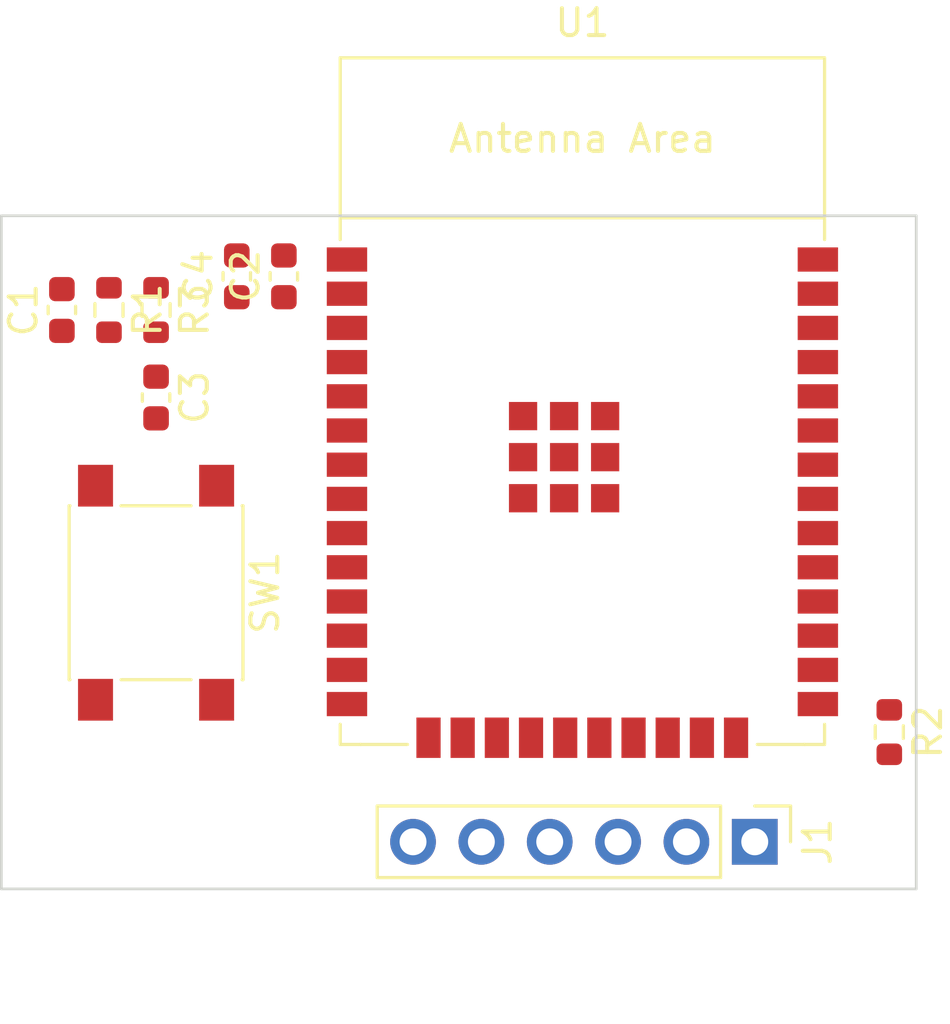
<source format=kicad_pcb>
(kicad_pcb (version 20211014) (generator pcbnew)
  (layers (0 "F.Cu" signal) (31 "B.Cu" signal) (34 "B.Paste" user) (35 "F.Paste" user) (36 "B.SilkS" user "B.Silkscreen") (37 "F.SilkS" user "F.Silkscreen") (38 "B.Mask" user) (39 "F.Mask" user) (44 "Edge.Cuts" user))
  (net 0 "")
  (net 1 "GND")
  (net 2 "Net-(C1-Pad2)")
  (net 3 "+3V3")
  (net 4 "CHIP_PU")
  (net 5 "BOOT")
  (net 6 "U0TXD")
  (net 7 "U0RXD")
  (footprint "Connector_PinHeader_2.54mm:PinHeader_1x06_P2.54mm_Vertical" (layer "F.Cu") (at 156.75 102 -90)
    (fp_text reference "J1" (at 0 -2.33 90) (layer "F.SilkS"))
    (fp_text value "Conn_01x06_Male")
    (fp_line (start -1.33 1.27) (end 1.33 1.27) (layer "F.SilkS") (width 0.12))
    (fp_line (start -1.33 -1.33) (end 0 -1.33) (layer "F.SilkS") (width 0.12))
    (fp_line (start -1.33 0) (end -1.33 -1.33) (layer "F.SilkS") (width 0.12))
    (fp_line (start -1.33 14.03) (end 1.33 14.03) (layer "F.SilkS") (width 0.12))
    (fp_line (start -1.33 1.27) (end -1.33 14.03) (layer "F.SilkS") (width 0.12))
    (fp_line (start 1.33 1.27) (end 1.33 14.03) (layer "F.SilkS") (width 0.12))
    (pad "1" thru_hole rect (at 0 0 270) (size 1.7 1.7) (drill 1) (layers *.Cu *.Mask) (net 3 "+3V3"))
    (pad "2" thru_hole oval (at 0 2.54 270) (size 1.7 1.7) (drill 1) (layers *.Cu *.Mask) (net 4 "CHIP_PU"))
    (pad "3" thru_hole oval (at 0 5.08 270) (size 1.7 1.7) (drill 1) (layers *.Cu *.Mask) (net 5 "BOOT"))
    (pad "4" thru_hole oval (at 0 7.62 270) (size 1.7 1.7) (drill 1) (layers *.Cu *.Mask) (net 6 "U0TXD"))
    (pad "5" thru_hole oval (at 0 10.16 270) (size 1.7 1.7) (drill 1) (layers *.Cu *.Mask) (net 7 "U0RXD"))
    (pad "6" thru_hole oval (at 0 12.7 270) (size 1.7 1.7) (drill 1) (layers *.Cu *.Mask) (net 1 "GND"))
  )
  (footprint "Capacitor_SMD:C_0603_1608Metric" (layer "F.Cu") (at 137.5 81 90)
    (fp_text reference "C4" (at 0 -1.43 90) (layer "F.SilkS"))
    (fp_text value "100nF")
    (fp_line (start -0.14058 -0.51) (end 0.14058 -0.51) (layer "F.SilkS") (width 0.12))
    (fp_line (start -0.14058 0.51) (end 0.14058 0.51) (layer "F.SilkS") (width 0.12))
    (pad "1" smd roundrect (at -0.775 0 90) (size 0.9 0.95) (layers "F.Cu" "F.Paste" "F.Mask") (net 3 "+3V3"))
    (pad "2" smd roundrect (at 0.775 0 90) (size 0.9 0.95) (layers "F.Cu" "F.Paste" "F.Mask") (net 1 "GND"))
  )
  (footprint "Capacitor_SMD:C_0603_1608Metric" (layer "F.Cu") (at 139.25 81 90)
    (fp_text reference "C2" (at 0 -1.43 90) (layer "F.SilkS"))
    (fp_text value "22uF")
    (fp_line (start -0.14058 -0.51) (end 0.14058 -0.51) (layer "F.SilkS") (width 0.12))
    (fp_line (start -0.14058 0.51) (end 0.14058 0.51) (layer "F.SilkS") (width 0.12))
    (pad "1" smd roundrect (at -0.775 0 90) (size 0.9 0.95) (layers "F.Cu" "F.Paste" "F.Mask") (net 3 "+3V3"))
    (pad "2" smd roundrect (at 0.775 0 90) (size 0.9 0.95) (layers "F.Cu" "F.Paste" "F.Mask") (net 1 "GND"))
  )
  (footprint "Resistor_SMD:R_0603_1608Metric" (layer "F.Cu") (at 132.75 82.25 -90)
    (fp_text reference "R1" (at 0 -1.43 90) (layer "F.SilkS"))
    (fp_text value "TBD")
    (fp_line (start -0.237258 0.5225) (end 0.237258 0.5225) (layer "F.SilkS") (width 0.12))
    (fp_line (start -0.237258 -0.5225) (end 0.237258 -0.5225) (layer "F.SilkS") (width 0.12))
    (pad "1" smd roundrect (at -0.825 0 270) (size 0.8 0.95) (layers "F.Cu" "F.Paste" "F.Mask") (net 2 "Net-(C1-Pad2)"))
    (pad "2" smd roundrect (at 0.825 0 270) (size 0.8 0.95) (layers "F.Cu" "F.Paste" "F.Mask") (net 4 "CHIP_PU"))
  )
  (footprint "Button_Switch_SMD:SW_Push_1P1T_NO_6x6mm_H9.5mm" (layer "F.Cu") (at 134.5 92.75 -90)
    (fp_text reference "SW1" (at 0 -4.05 90) (layer "F.SilkS"))
    (fp_text value "SW_Push")
    (fp_line (start -3.23 3.23) (end -3.23 3.2) (layer "F.SilkS") (width 0.12))
    (fp_line (start -3.23 3.23) (end 3.23 3.23) (layer "F.SilkS") (width 0.12))
    (fp_line (start -3.23 -3.23) (end 3.23 -3.23) (layer "F.SilkS") (width 0.12))
    (fp_line (start -3.23 -1.3) (end -3.23 1.3) (layer "F.SilkS") (width 0.12))
    (fp_line (start 3.23 -3.23) (end 3.23 -3.2) (layer "F.SilkS") (width 0.12))
    (fp_line (start -3.23 -3.2) (end -3.23 -3.23) (layer "F.SilkS") (width 0.12))
    (fp_line (start 3.23 3.23) (end 3.23 3.2) (layer "F.SilkS") (width 0.12))
    (fp_line (start 3.23 -1.3) (end 3.23 1.3) (layer "F.SilkS") (width 0.12))
    (pad "1" smd rect (at -3.975 -2.25 270) (size 1.55 1.3) (layers "F.Cu" "F.Paste" "F.Mask") (net 1 "GND"))
    (pad "1" smd rect (at 3.975 -2.25 270) (size 1.55 1.3) (layers "F.Cu" "F.Paste" "F.Mask") (net 1 "GND"))
    (pad "2" smd rect (at -3.975 2.25 270) (size 1.55 1.3) (layers "F.Cu" "F.Paste" "F.Mask") (net 2 "Net-(C1-Pad2)"))
    (pad "2" smd rect (at 3.975 2.25 270) (size 1.55 1.3) (layers "F.Cu" "F.Paste" "F.Mask") (net 2 "Net-(C1-Pad2)"))
  )
  (footprint "Espressif:ESP32-WROOM-32E" (layer "F.Cu") (at 150.345 87.385)
    (fp_text reference "U1" (at 0 -15.8) (layer "F.SilkS"))
    (fp_text value "ESP32-WROOM-E")
    (fp_text user "Antenna Area" (at 0 -11.5) (layer "F.SilkS"))
    (fp_line (start -9 11) (end -8.25 11) (layer "F.SilkS") (width 0.12))
    (fp_line (start 9 -14.5) (end 9 -7.75) (layer "F.SilkS") (width 0.12))
    (fp_line (start 8.25 11) (end 6.5 11) (layer "F.SilkS") (width 0.12))
    (fp_line (start -9 -14.5) (end -9 -7.75) (layer "F.SilkS") (width 0.12))
    (fp_line (start 9 10.25) (end 9 11) (layer "F.SilkS") (width 0.12))
    (fp_line (start 9 11) (end 8.25 11) (layer "F.SilkS") (width 0.12))
    (fp_line (start -8.25 11) (end -6.5 11) (layer "F.SilkS") (width 0.12))
    (fp_line (start -9 10.25) (end -9 11) (layer "F.SilkS") (width 0.12))
    (fp_line (start -9 -14.5) (end 9 -14.5) (layer "F.SilkS") (width 0.12))
    (fp_line (start 9 -8.56) (end -9 -8.56) (layer "F.SilkS") (width 0.12))
    (pad "1" smd rect locked (at -8.75 -7.01) (size 1.5 0.9) (layers "F.Cu" "F.Paste" "F.Mask") (net 1 "GND"))
    (pad "2" smd rect locked (at -8.75 -5.74) (size 1.5 0.9) (layers "F.Cu" "F.Paste" "F.Mask") (net 3 "+3V3"))
    (pad "3" smd rect locked (at -8.75 -4.47) (size 1.5 0.9) (layers "F.Cu" "F.Paste" "F.Mask") (net 4 "CHIP_PU"))
    (pad "4" smd rect locked (at -8.75 -3.2) (size 1.5 0.9) (layers "F.Cu" "F.Paste" "F.Mask"))
    (pad "5" smd rect locked (at -8.75 -1.93) (size 1.5 0.9) (layers "F.Cu" "F.Paste" "F.Mask"))
    (pad "6" smd rect locked (at -8.75 -0.66) (size 1.5 0.9) (layers "F.Cu" "F.Paste" "F.Mask"))
    (pad "7" smd rect locked (at -8.75 0.61) (size 1.5 0.9) (layers "F.Cu" "F.Paste" "F.Mask"))
    (pad "8" smd rect locked (at -8.75 1.88) (size 1.5 0.9) (layers "F.Cu" "F.Paste" "F.Mask"))
    (pad "9" smd rect locked (at -8.75 3.15) (size 1.5 0.9) (layers "F.Cu" "F.Paste" "F.Mask"))
    (pad "10" smd rect locked (at -8.75 4.42) (size 1.5 0.9) (layers "F.Cu" "F.Paste" "F.Mask"))
    (pad "11" smd rect locked (at -8.75 5.69) (size 1.5 0.9) (layers "F.Cu" "F.Paste" "F.Mask"))
    (pad "12" smd rect locked (at -8.75 6.96) (size 1.5 0.9) (layers "F.Cu" "F.Paste" "F.Mask"))
    (pad "13" smd rect locked (at -8.75 8.23) (size 1.5 0.9) (layers "F.Cu" "F.Paste" "F.Mask"))
    (pad "14" smd rect locked (at -8.75 9.5) (size 1.5 0.9) (layers "F.Cu" "F.Paste" "F.Mask"))
    (pad "15" smd rect locked (at -5.72 10.75 90) (size 1.5 0.9) (layers "F.Cu" "F.Paste" "F.Mask") (net 1 "GND"))
    (pad "16" smd rect locked (at -4.45 10.75 90) (size 1.5 0.9) (layers "F.Cu" "F.Paste" "F.Mask"))
    (pad "17" smd rect locked (at -3.18 10.75 90) (size 1.5 0.9) (layers "F.Cu" "F.Paste" "F.Mask"))
    (pad "18" smd rect locked (at -1.91 10.75 90) (size 1.5 0.9) (layers "F.Cu" "F.Paste" "F.Mask"))
    (pad "19" smd rect locked (at -0.64 10.75 90) (size 1.5 0.9) (layers "F.Cu" "F.Paste" "F.Mask"))
    (pad "20" smd rect locked (at 0.63 10.75 90) (size 1.5 0.9) (layers "F.Cu" "F.Paste" "F.Mask"))
    (pad "21" smd rect locked (at 1.9 10.75 90) (size 1.5 0.9) (layers "F.Cu" "F.Paste" "F.Mask"))
    (pad "22" smd rect locked (at 3.17 10.75 90) (size 1.5 0.9) (layers "F.Cu" "F.Paste" "F.Mask"))
    (pad "23" smd rect locked (at 4.44 10.75 90) (size 1.5 0.9) (layers "F.Cu" "F.Paste" "F.Mask"))
    (pad "24" smd rect locked (at 5.71 10.75 90) (size 1.5 0.9) (layers "F.Cu" "F.Paste" "F.Mask"))
    (pad "25" smd rect locked (at 8.75 9.5 180) (size 1.5 0.9) (layers "F.Cu" "F.Paste" "F.Mask") (net 5 "BOOT"))
    (pad "26" smd rect locked (at 8.75 8.23 180) (size 1.5 0.9) (layers "F.Cu" "F.Paste" "F.Mask"))
    (pad "27" smd rect locked (at 8.75 6.96 180) (size 1.5 0.9) (layers "F.Cu" "F.Paste" "F.Mask"))
    (pad "28" smd rect locked (at 8.75 5.69 180) (size 1.5 0.9) (layers "F.Cu" "F.Paste" "F.Mask"))
    (pad "29" smd rect locked (at 8.75 4.42 180) (size 1.5 0.9) (layers "F.Cu" "F.Paste" "F.Mask"))
    (pad "30" smd rect locked (at 8.75 3.15 180) (size 1.5 0.9) (layers "F.Cu" "F.Paste" "F.Mask"))
    (pad "31" smd rect locked (at 8.75 1.88 180) (size 1.5 0.9) (layers "F.Cu" "F.Paste" "F.Mask"))
    (pad "32" smd rect locked (at 8.75 0.61 180) (size 1.5 0.9) (layers "F.Cu" "F.Paste" "F.Mask"))
    (pad "33" smd rect locked (at 8.75 -0.66 180) (size 1.5 0.9) (layers "F.Cu" "F.Paste" "F.Mask"))
    (pad "34" smd rect locked (at 8.75 -1.93 180) (size 1.5 0.9) (layers "F.Cu" "F.Paste" "F.Mask") (net 7 "U0RXD"))
    (pad "35" smd rect locked (at 8.75 -3.2 180) (size 1.5 0.9) (layers "F.Cu" "F.Paste" "F.Mask") (net 6 "U0TXD"))
    (pad "36" smd rect locked (at 8.75 -4.47 180) (size 1.5 0.9) (layers "F.Cu" "F.Paste" "F.Mask"))
    (pad "37" smd rect locked (at 8.75 -5.74 180) (size 1.5 0.9) (layers "F.Cu" "F.Paste" "F.Mask"))
    (pad "38" smd rect locked (at 8.75 -7.01 180) (size 1.5 0.9) (layers "F.Cu" "F.Paste" "F.Mask") (net 1 "GND"))
    (pad "39" smd rect locked (at -2.205 -1.195 180) (size 1.05 1.05) (layers "F.Cu" "F.Paste" "F.Mask") (net 1 "GND"))
    (pad "39" smd rect locked (at 0.845 1.855 180) (size 1.05 1.05) (layers "F.Cu" "F.Paste" "F.Mask") (net 1 "GND"))
    (pad "39" smd rect locked (at -0.68 -1.195 180) (size 1.05 1.05) (layers "F.Cu" "F.Paste" "F.Mask") (net 1 "GND"))
    (pad "39" smd rect locked (at 0.845 0.33 180) (size 1.05 1.05) (layers "F.Cu" "F.Paste" "F.Mask") (net 1 "GND"))
    (pad "39" smd rect locked (at 0.845 -1.195 180) (size 1.05 1.05) (layers "F.Cu" "F.Paste" "F.Mask") (net 1 "GND"))
    (pad "39" smd rect locked (at -2.205 1.855 180) (size 1.05 1.05) (layers "F.Cu" "F.Paste" "F.Mask") (net 1 "GND"))
    (pad "39" smd rect locked (at -0.68 0.33 180) (size 1.05 1.05) (layers "F.Cu" "F.Paste" "F.Mask") (net 1 "GND"))
    (pad "39" smd rect locked (at -0.68 1.855 180) (size 1.05 1.05) (layers "F.Cu" "F.Paste" "F.Mask") (net 1 "GND"))
    (pad "39" smd rect locked (at -2.205 0.33 180) (size 1.05 1.05) (layers "F.Cu" "F.Paste" "F.Mask") (net 1 "GND"))
  )
  (footprint "Capacitor_SMD:C_0603_1608Metric" (layer "F.Cu") (at 131 82.25 90)
    (fp_text reference "C1" (at 0 -1.43 90) (layer "F.SilkS"))
    (fp_text value "TBD")
    (fp_line (start -0.14058 0.51) (end 0.14058 0.51) (layer "F.SilkS") (width 0.12))
    (fp_line (start -0.14058 -0.51) (end 0.14058 -0.51) (layer "F.SilkS") (width 0.12))
    (pad "1" smd roundrect (at -0.775 0 90) (size 0.9 0.95) (layers "F.Cu" "F.Paste" "F.Mask") (net 1 "GND"))
    (pad "2" smd roundrect (at 0.775 0 90) (size 0.9 0.95) (layers "F.Cu" "F.Paste" "F.Mask") (net 2 "Net-(C1-Pad2)"))
  )
  (footprint "Resistor_SMD:R_0603_1608Metric" (layer "F.Cu") (at 161.75 97.925 -90)
    (fp_text reference "R2" (at 0 -1.43 90) (layer "F.SilkS"))
    (fp_text value "TBD")
    (fp_line (start -0.237258 -0.5225) (end 0.237258 -0.5225) (layer "F.SilkS") (width 0.12))
    (fp_line (start -0.237258 0.5225) (end 0.237258 0.5225) (layer "F.SilkS") (width 0.12))
    (pad "1" smd roundrect (at -0.825 0 270) (size 0.8 0.95) (layers "F.Cu" "F.Paste" "F.Mask") (net 5 "BOOT"))
    (pad "2" smd roundrect (at 0.825 0 270) (size 0.8 0.95) (layers "F.Cu" "F.Paste" "F.Mask") (net 3 "+3V3"))
  )
  (footprint "Resistor_SMD:R_0603_1608Metric" (layer "F.Cu") (at 134.5 82.25 -90)
    (fp_text reference "R3" (at 0 -1.43 90) (layer "F.SilkS"))
    (fp_text value "TBD")
    (fp_line (start -0.237258 -0.5225) (end 0.237258 -0.5225) (layer "F.SilkS") (width 0.12))
    (fp_line (start -0.237258 0.5225) (end 0.237258 0.5225) (layer "F.SilkS") (width 0.12))
    (pad "1" smd roundrect (at -0.825 0 270) (size 0.8 0.95) (layers "F.Cu" "F.Paste" "F.Mask") (net 3 "+3V3"))
    (pad "2" smd roundrect (at 0.825 0 270) (size 0.8 0.95) (layers "F.Cu" "F.Paste" "F.Mask") (net 4 "CHIP_PU"))
  )
  (footprint "Capacitor_SMD:C_0603_1608Metric" (layer "F.Cu") (at 134.5 85.5 -90)
    (fp_text reference "C3" (at 0 -1.43 90) (layer "F.SilkS"))
    (fp_text value "TBD")
    (fp_line (start -0.14058 0.51) (end 0.14058 0.51) (layer "F.SilkS") (width 0.12))
    (fp_line (start -0.14058 -0.51) (end 0.14058 -0.51) (layer "F.SilkS") (width 0.12))
    (pad "1" smd roundrect (at -0.775 0 270) (size 0.9 0.95) (layers "F.Cu" "F.Paste" "F.Mask") (net 4 "CHIP_PU"))
    (pad "2" smd roundrect (at 0.775 0 270) (size 0.9 0.95) (layers "F.Cu" "F.Paste" "F.Mask") (net 1 "GND"))
  )
  (gr_line (start 162.75 78.75) (end 162.75 103.75) (layer "Edge.Cuts") (width 0.1))
  (gr_line (start 128.75 78.75) (end 162.75 78.75) (layer "Edge.Cuts") (width 0.1))
  (gr_line (start 162.75 103.75) (end 128.75 103.75) (layer "Edge.Cuts") (width 0.1))
  (gr_line (start 128.75 103.75) (end 128.75 78.75) (layer "Edge.Cuts") (width 0.1))
)
</source>
